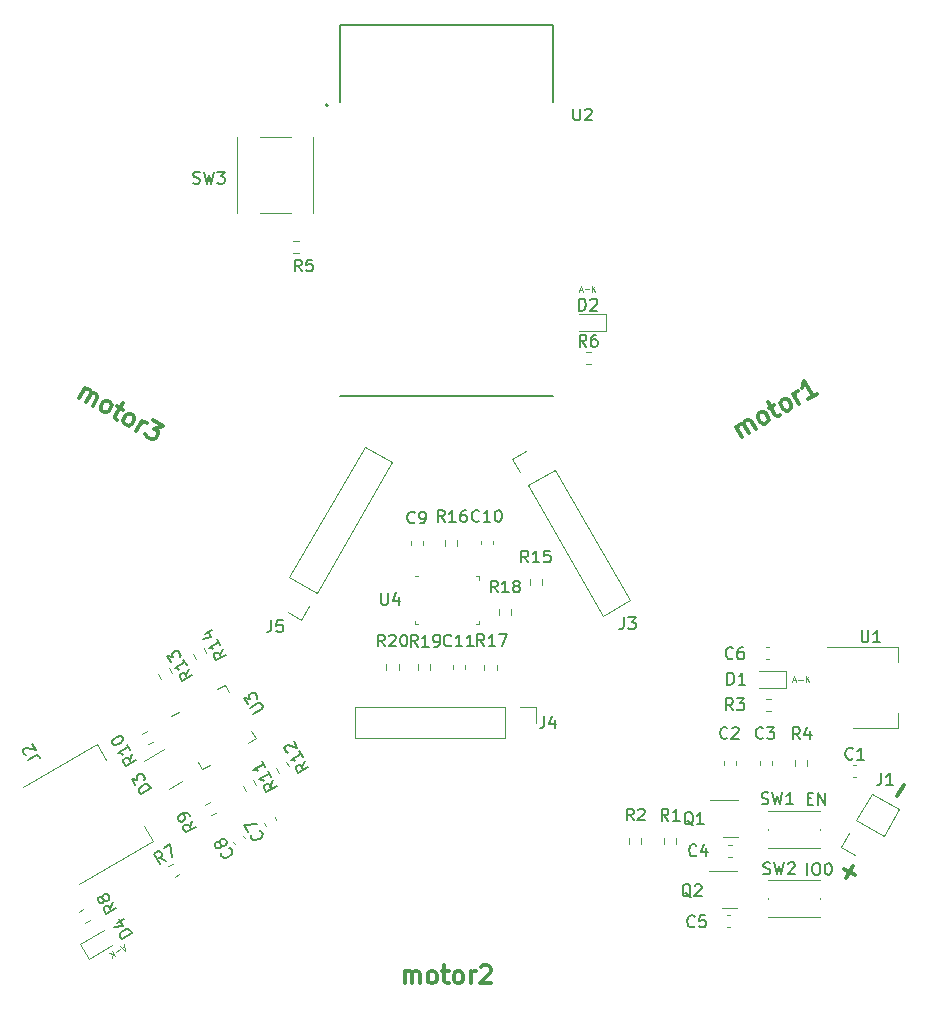
<source format=gto>
G04 #@! TF.GenerationSoftware,KiCad,Pcbnew,6.0.2+dfsg-1*
G04 #@! TF.CreationDate,2024-12-02T22:35:52+09:00*
G04 #@! TF.ProjectId,omni_wheel,6f6d6e69-5f77-4686-9565-6c2e6b696361,rev?*
G04 #@! TF.SameCoordinates,Original*
G04 #@! TF.FileFunction,Legend,Top*
G04 #@! TF.FilePolarity,Positive*
%FSLAX46Y46*%
G04 Gerber Fmt 4.6, Leading zero omitted, Abs format (unit mm)*
G04 Created by KiCad (PCBNEW 6.0.2+dfsg-1) date 2024-12-02 22:35:52*
%MOMM*%
%LPD*%
G01*
G04 APERTURE LIST*
%ADD10C,0.300000*%
%ADD11C,0.150000*%
%ADD12C,0.075000*%
%ADD13C,0.120000*%
%ADD14C,0.127000*%
%ADD15C,0.200000*%
G04 APERTURE END LIST*
D10*
X141710739Y-116667066D02*
X141139311Y-117656810D01*
X128057646Y-87199598D02*
X127557646Y-86333573D01*
X127629074Y-86457291D02*
X127655219Y-86359717D01*
X127743223Y-86226430D01*
X127928800Y-86119287D01*
X128088232Y-86109717D01*
X128221519Y-86197721D01*
X128614376Y-86878169D01*
X128221519Y-86197721D02*
X128211950Y-86038289D01*
X128299953Y-85905001D01*
X128485530Y-85797858D01*
X128644962Y-85788289D01*
X128778250Y-85876292D01*
X129171107Y-86556741D01*
X129975274Y-86092455D02*
X129815841Y-86102025D01*
X129718268Y-86075880D01*
X129584981Y-85987876D01*
X129370695Y-85616723D01*
X129361125Y-85457291D01*
X129387270Y-85359717D01*
X129475274Y-85226430D01*
X129660850Y-85119287D01*
X129820283Y-85109717D01*
X129917856Y-85135862D01*
X130051143Y-85223866D01*
X130265429Y-85595019D01*
X130274999Y-85754452D01*
X130248854Y-85852025D01*
X130160850Y-85985312D01*
X129975274Y-86092455D01*
X130279440Y-84762144D02*
X130774312Y-84476430D01*
X130215017Y-84221988D02*
X130857874Y-85335450D01*
X130991162Y-85423453D01*
X131150594Y-85413884D01*
X131274312Y-85342455D01*
X131892901Y-84985312D02*
X131733469Y-84994882D01*
X131635896Y-84968737D01*
X131502608Y-84880734D01*
X131288323Y-84509580D01*
X131278753Y-84350148D01*
X131304898Y-84252574D01*
X131392901Y-84119287D01*
X131578478Y-84012144D01*
X131737910Y-84002574D01*
X131835484Y-84028719D01*
X131968771Y-84116723D01*
X132183057Y-84487876D01*
X132192626Y-84647309D01*
X132166482Y-84744882D01*
X132078478Y-84878169D01*
X131892901Y-84985312D01*
X132882645Y-84413884D02*
X132382645Y-83547858D01*
X132525502Y-83795294D02*
X132515932Y-83635862D01*
X132542077Y-83538289D01*
X132630080Y-83405001D01*
X132753798Y-83333573D01*
X134367260Y-83556741D02*
X133624952Y-83985312D01*
X133996106Y-83771027D02*
X133246106Y-82471988D01*
X133229531Y-82728994D01*
X133177241Y-82924140D01*
X133089238Y-83057428D01*
X137623538Y-124346867D02*
X136633794Y-123775439D01*
X136842952Y-124556025D02*
X137414380Y-123566281D01*
D11*
X133574138Y-117826940D02*
X133907472Y-117826940D01*
X134050329Y-118350749D02*
X133574138Y-118350749D01*
X133574138Y-117350749D01*
X134050329Y-117350749D01*
X134478900Y-118350749D02*
X134478900Y-117350749D01*
X135050329Y-118350749D01*
X135050329Y-117350749D01*
D12*
X75705664Y-130336604D02*
X75499467Y-130455652D01*
X75675475Y-130189077D02*
X75781137Y-130705423D01*
X75386800Y-130355743D01*
X75337700Y-130604034D02*
X75007786Y-130794510D01*
X74706351Y-130748600D02*
X74956351Y-131181613D01*
X74458915Y-130891458D02*
X74787349Y-131031750D01*
X74708915Y-131324470D02*
X74813494Y-130934177D01*
D10*
X99475096Y-133466936D02*
X99475096Y-132466936D01*
X99475096Y-132609793D02*
X99546524Y-132538365D01*
X99689381Y-132466936D01*
X99903667Y-132466936D01*
X100046524Y-132538365D01*
X100117953Y-132681222D01*
X100117953Y-133466936D01*
X100117953Y-132681222D02*
X100189381Y-132538365D01*
X100332239Y-132466936D01*
X100546524Y-132466936D01*
X100689381Y-132538365D01*
X100760810Y-132681222D01*
X100760810Y-133466936D01*
X101689381Y-133466936D02*
X101546524Y-133395507D01*
X101475096Y-133324079D01*
X101403667Y-133181222D01*
X101403667Y-132752650D01*
X101475096Y-132609793D01*
X101546524Y-132538365D01*
X101689381Y-132466936D01*
X101903667Y-132466936D01*
X102046524Y-132538365D01*
X102117953Y-132609793D01*
X102189381Y-132752650D01*
X102189381Y-133181222D01*
X102117953Y-133324079D01*
X102046524Y-133395507D01*
X101903667Y-133466936D01*
X101689381Y-133466936D01*
X102617953Y-132466936D02*
X103189381Y-132466936D01*
X102832239Y-131966936D02*
X102832239Y-133252650D01*
X102903667Y-133395507D01*
X103046524Y-133466936D01*
X103189381Y-133466936D01*
X103903667Y-133466936D02*
X103760810Y-133395507D01*
X103689381Y-133324079D01*
X103617953Y-133181222D01*
X103617953Y-132752650D01*
X103689381Y-132609793D01*
X103760810Y-132538365D01*
X103903667Y-132466936D01*
X104117953Y-132466936D01*
X104260810Y-132538365D01*
X104332239Y-132609793D01*
X104403667Y-132752650D01*
X104403667Y-133181222D01*
X104332239Y-133324079D01*
X104260810Y-133395507D01*
X104117953Y-133466936D01*
X103903667Y-133466936D01*
X105046524Y-133466936D02*
X105046524Y-132466936D01*
X105046524Y-132752650D02*
X105117953Y-132609793D01*
X105189381Y-132538365D01*
X105332239Y-132466936D01*
X105475096Y-132466936D01*
X105903667Y-132109793D02*
X105975096Y-132038365D01*
X106117953Y-131966936D01*
X106475096Y-131966936D01*
X106617953Y-132038365D01*
X106689381Y-132109793D01*
X106760810Y-132252650D01*
X106760810Y-132395507D01*
X106689381Y-132609793D01*
X105832239Y-133466936D01*
X106760810Y-133466936D01*
X71929070Y-83922453D02*
X72429070Y-83056428D01*
X72357642Y-83180146D02*
X72455215Y-83154001D01*
X72614647Y-83163571D01*
X72800224Y-83270713D01*
X72888228Y-83404001D01*
X72878658Y-83563433D01*
X72485801Y-84243882D01*
X72878658Y-83563433D02*
X73011946Y-83475430D01*
X73171378Y-83484999D01*
X73356955Y-83592142D01*
X73444958Y-83725430D01*
X73435389Y-83884862D01*
X73042532Y-84565310D01*
X73846698Y-85029596D02*
X73758694Y-84896308D01*
X73732550Y-84798735D01*
X73742119Y-84639303D01*
X73956405Y-84268149D01*
X74089693Y-84180146D01*
X74187266Y-84154001D01*
X74346698Y-84163571D01*
X74532275Y-84270713D01*
X74620279Y-84404001D01*
X74646423Y-84501574D01*
X74636854Y-84661006D01*
X74422568Y-85032160D01*
X74289280Y-85120164D01*
X74191707Y-85146308D01*
X74032275Y-85136739D01*
X73846698Y-85029596D01*
X75150865Y-84627856D02*
X75645736Y-84913571D01*
X75586441Y-84301986D02*
X74943584Y-85415448D01*
X74934015Y-85574880D01*
X75022018Y-85708167D01*
X75145736Y-85779596D01*
X75764326Y-86136739D02*
X75676322Y-86003451D01*
X75650177Y-85905878D01*
X75659747Y-85746446D01*
X75874033Y-85375292D01*
X76007320Y-85287289D01*
X76104894Y-85261144D01*
X76264326Y-85270713D01*
X76449903Y-85377856D01*
X76537906Y-85511144D01*
X76564051Y-85608717D01*
X76554481Y-85768149D01*
X76340196Y-86139303D01*
X76206908Y-86227307D01*
X76109335Y-86253451D01*
X75949903Y-86243882D01*
X75764326Y-86136739D01*
X76754069Y-86708167D02*
X77254069Y-85842142D01*
X77111212Y-86089578D02*
X77244500Y-86001574D01*
X77342073Y-85975430D01*
X77501505Y-85984999D01*
X77625223Y-86056428D01*
X78184518Y-85801986D02*
X78988684Y-86266272D01*
X78269957Y-86511144D01*
X78455534Y-86618287D01*
X78543538Y-86751574D01*
X78569682Y-86849147D01*
X78560113Y-87008580D01*
X78381541Y-87317874D01*
X78248254Y-87405878D01*
X78150680Y-87432023D01*
X77991248Y-87422453D01*
X77620095Y-87208167D01*
X77532091Y-87074880D01*
X77505946Y-86977307D01*
D11*
X133562233Y-124300754D02*
X133562233Y-123300754D01*
X134228899Y-123300754D02*
X134419375Y-123300754D01*
X134514613Y-123348374D01*
X134609852Y-123443612D01*
X134657471Y-123634088D01*
X134657471Y-123967421D01*
X134609852Y-124157897D01*
X134514613Y-124253135D01*
X134419375Y-124300754D01*
X134228899Y-124300754D01*
X134133661Y-124253135D01*
X134038423Y-124157897D01*
X133990804Y-123967421D01*
X133990804Y-123634088D01*
X134038423Y-123443612D01*
X134133661Y-123348374D01*
X134228899Y-123300754D01*
X135276518Y-123300754D02*
X135371756Y-123300754D01*
X135466994Y-123348374D01*
X135514613Y-123395993D01*
X135562233Y-123491231D01*
X135609852Y-123681707D01*
X135609852Y-123919802D01*
X135562233Y-124110278D01*
X135514613Y-124205516D01*
X135466994Y-124253135D01*
X135371756Y-124300754D01*
X135276518Y-124300754D01*
X135181280Y-124253135D01*
X135133661Y-124205516D01*
X135086042Y-124110278D01*
X135038423Y-123919802D01*
X135038423Y-123681707D01*
X135086042Y-123491231D01*
X135133661Y-123395993D01*
X135181280Y-123348374D01*
X135276518Y-123300754D01*
D12*
X114263662Y-74761697D02*
X114501757Y-74761697D01*
X114216043Y-74904554D02*
X114382710Y-74404554D01*
X114549376Y-74904554D01*
X114716043Y-74714078D02*
X115096995Y-74714078D01*
X115335091Y-74904554D02*
X115335091Y-74404554D01*
X115620805Y-74904554D02*
X115406519Y-74618840D01*
X115620805Y-74404554D02*
X115335091Y-74690268D01*
X132346202Y-107811261D02*
X132584297Y-107811261D01*
X132298583Y-107954118D02*
X132465250Y-107454118D01*
X132631916Y-107954118D01*
X132798583Y-107763642D02*
X133179535Y-107763642D01*
X133417631Y-107954118D02*
X133417631Y-107454118D01*
X133703345Y-107954118D02*
X133489059Y-107668404D01*
X133703345Y-107454118D02*
X133417631Y-107739832D01*
D11*
X111268904Y-110870747D02*
X111268904Y-111585033D01*
X111221285Y-111727890D01*
X111126047Y-111823128D01*
X110983190Y-111870747D01*
X110887952Y-111870747D01*
X112173666Y-111204081D02*
X112173666Y-111870747D01*
X111935571Y-110823128D02*
X111697476Y-111537414D01*
X112316523Y-111537414D01*
X123707039Y-126195551D02*
X123611801Y-126147932D01*
X123516563Y-126052693D01*
X123373706Y-125909836D01*
X123278468Y-125862217D01*
X123183230Y-125862217D01*
X123230849Y-126100312D02*
X123135611Y-126052693D01*
X123040373Y-125957455D01*
X122992754Y-125766979D01*
X122992754Y-125433646D01*
X123040373Y-125243170D01*
X123135611Y-125147932D01*
X123230849Y-125100312D01*
X123421325Y-125100312D01*
X123516563Y-125147932D01*
X123611801Y-125243170D01*
X123659420Y-125433646D01*
X123659420Y-125766979D01*
X123611801Y-125957455D01*
X123516563Y-126052693D01*
X123421325Y-126100312D01*
X123230849Y-126100312D01*
X124040373Y-125195551D02*
X124087992Y-125147932D01*
X124183230Y-125100312D01*
X124421325Y-125100312D01*
X124516563Y-125147932D01*
X124564182Y-125195551D01*
X124611801Y-125290789D01*
X124611801Y-125386027D01*
X124564182Y-125528884D01*
X123992754Y-126100312D01*
X124611801Y-126100312D01*
X79263848Y-123084004D02*
X78737078Y-122838278D01*
X78768977Y-123369719D02*
X78268977Y-122503693D01*
X78598891Y-122313217D01*
X78705179Y-122306837D01*
X78770228Y-122324267D01*
X78859087Y-122382936D01*
X78930515Y-122506654D01*
X78936895Y-122612942D01*
X78919465Y-122677991D01*
X78860796Y-122766849D01*
X78530882Y-122957325D01*
X79052524Y-122051312D02*
X79629874Y-121717979D01*
X79758720Y-122798290D01*
X126796679Y-108180310D02*
X126796679Y-107180310D01*
X127034775Y-107180310D01*
X127177632Y-107227930D01*
X127272870Y-107323168D01*
X127320489Y-107418406D01*
X127368108Y-107608882D01*
X127368108Y-107751739D01*
X127320489Y-107942215D01*
X127272870Y-108037453D01*
X127177632Y-108132691D01*
X127034775Y-108180310D01*
X126796679Y-108180310D01*
X128320489Y-108180310D02*
X127749060Y-108180310D01*
X128034775Y-108180310D02*
X128034775Y-107180310D01*
X127939536Y-107323168D01*
X127844298Y-107418406D01*
X127749060Y-107466025D01*
X102839417Y-94420314D02*
X102506084Y-93944124D01*
X102267989Y-94420314D02*
X102267989Y-93420314D01*
X102648941Y-93420314D01*
X102744179Y-93467934D01*
X102791798Y-93515553D01*
X102839417Y-93610791D01*
X102839417Y-93753648D01*
X102791798Y-93848886D01*
X102744179Y-93896505D01*
X102648941Y-93944124D01*
X102267989Y-93944124D01*
X103791798Y-94420314D02*
X103220370Y-94420314D01*
X103506084Y-94420314D02*
X103506084Y-93420314D01*
X103410846Y-93563172D01*
X103315608Y-93658410D01*
X103220370Y-93706029D01*
X104648941Y-93420314D02*
X104458465Y-93420314D01*
X104363227Y-93467934D01*
X104315608Y-93515553D01*
X104220370Y-93658410D01*
X104172751Y-93848886D01*
X104172751Y-94229838D01*
X104220370Y-94325076D01*
X104267989Y-94372695D01*
X104363227Y-94420314D01*
X104553703Y-94420314D01*
X104648941Y-94372695D01*
X104696560Y-94325076D01*
X104744179Y-94229838D01*
X104744179Y-93991743D01*
X104696560Y-93896505D01*
X104648941Y-93848886D01*
X104553703Y-93801267D01*
X104363227Y-93801267D01*
X104267989Y-93848886D01*
X104220370Y-93896505D01*
X104172751Y-93991743D01*
X103399396Y-104863952D02*
X103351777Y-104911571D01*
X103208920Y-104959190D01*
X103113682Y-104959190D01*
X102970825Y-104911571D01*
X102875587Y-104816333D01*
X102827968Y-104721095D01*
X102780349Y-104530619D01*
X102780349Y-104387762D01*
X102827968Y-104197286D01*
X102875587Y-104102048D01*
X102970825Y-104006810D01*
X103113682Y-103959190D01*
X103208920Y-103959190D01*
X103351777Y-104006810D01*
X103399396Y-104054429D01*
X104351777Y-104959190D02*
X103780349Y-104959190D01*
X104066063Y-104959190D02*
X104066063Y-103959190D01*
X103970825Y-104102048D01*
X103875587Y-104197286D01*
X103780349Y-104244905D01*
X105304158Y-104959190D02*
X104732730Y-104959190D01*
X105018444Y-104959190D02*
X105018444Y-103959190D01*
X104923206Y-104102048D01*
X104827968Y-104197286D01*
X104732730Y-104244905D01*
X118845610Y-119690310D02*
X118512277Y-119214120D01*
X118274181Y-119690310D02*
X118274181Y-118690310D01*
X118655134Y-118690310D01*
X118750372Y-118737930D01*
X118797991Y-118785549D01*
X118845610Y-118880787D01*
X118845610Y-119023644D01*
X118797991Y-119118882D01*
X118750372Y-119166501D01*
X118655134Y-119214120D01*
X118274181Y-119214120D01*
X119226562Y-118785549D02*
X119274181Y-118737930D01*
X119369419Y-118690310D01*
X119607515Y-118690310D01*
X119702753Y-118737930D01*
X119750372Y-118785549D01*
X119797991Y-118880787D01*
X119797991Y-118976025D01*
X119750372Y-119118882D01*
X119178943Y-119690310D01*
X119797991Y-119690310D01*
X114848339Y-79570125D02*
X114515006Y-79093935D01*
X114276910Y-79570125D02*
X114276910Y-78570125D01*
X114657863Y-78570125D01*
X114753101Y-78617745D01*
X114800720Y-78665364D01*
X114848339Y-78760602D01*
X114848339Y-78903459D01*
X114800720Y-78998697D01*
X114753101Y-79046316D01*
X114657863Y-79093935D01*
X114276910Y-79093935D01*
X115705482Y-78570125D02*
X115515006Y-78570125D01*
X115419767Y-78617745D01*
X115372148Y-78665364D01*
X115276910Y-78808221D01*
X115229291Y-78998697D01*
X115229291Y-79379649D01*
X115276910Y-79474887D01*
X115324529Y-79522506D01*
X115419767Y-79570125D01*
X115610244Y-79570125D01*
X115705482Y-79522506D01*
X115753101Y-79474887D01*
X115800720Y-79379649D01*
X115800720Y-79141554D01*
X115753101Y-79046316D01*
X115705482Y-78998697D01*
X115610244Y-78951078D01*
X115419767Y-78951078D01*
X115324529Y-78998697D01*
X115276910Y-79046316D01*
X115229291Y-79141554D01*
X86666354Y-110657426D02*
X87367422Y-110252664D01*
X87426091Y-110163806D01*
X87443521Y-110098757D01*
X87437141Y-109992469D01*
X87341903Y-109827511D01*
X87253045Y-109768842D01*
X87187996Y-109751413D01*
X87081708Y-109757792D01*
X86380640Y-110162554D01*
X86190163Y-109832640D02*
X85880640Y-109296529D01*
X86377221Y-109394728D01*
X86305792Y-109271010D01*
X86299412Y-109164722D01*
X86316842Y-109099673D01*
X86375511Y-109010815D01*
X86581708Y-108891767D01*
X86687996Y-108885387D01*
X86753045Y-108902817D01*
X86841903Y-108961486D01*
X86984760Y-109208922D01*
X86991140Y-109315210D01*
X86973710Y-109380259D01*
X76382789Y-129245767D02*
X75516763Y-129745767D01*
X75397715Y-129539571D01*
X75367526Y-129392043D01*
X75402386Y-129261946D01*
X75461055Y-129173087D01*
X75602203Y-129036610D01*
X75725920Y-128965181D01*
X75914687Y-128911183D01*
X76020975Y-128904803D01*
X76151073Y-128939662D01*
X76263741Y-129039571D01*
X76382789Y-129245767D01*
X75091153Y-128341921D02*
X75668503Y-128008588D01*
X74880286Y-128738594D02*
X75617923Y-128587648D01*
X75308399Y-128051537D01*
X88340377Y-116296921D02*
X88094651Y-116823691D01*
X88626092Y-116791792D02*
X87760066Y-117291792D01*
X87569590Y-116961878D01*
X87563210Y-116855590D01*
X87580640Y-116790541D01*
X87639309Y-116701683D01*
X87763027Y-116630254D01*
X87869315Y-116623874D01*
X87934364Y-116641304D01*
X88023223Y-116699973D01*
X88213699Y-117029888D01*
X87864187Y-115472135D02*
X88149901Y-115967006D01*
X88007044Y-115719570D02*
X87141019Y-116219570D01*
X87312356Y-116230620D01*
X87442453Y-116265480D01*
X87531312Y-116324149D01*
X87387997Y-114647348D02*
X87673711Y-115142220D01*
X87530854Y-114894784D02*
X86664828Y-115394784D01*
X86836165Y-115405834D01*
X86966263Y-115440694D01*
X87055121Y-115499363D01*
X100315605Y-94440073D02*
X100267986Y-94487692D01*
X100125129Y-94535311D01*
X100029891Y-94535311D01*
X99887033Y-94487692D01*
X99791795Y-94392454D01*
X99744176Y-94297216D01*
X99696557Y-94106740D01*
X99696557Y-93963883D01*
X99744176Y-93773407D01*
X99791795Y-93678169D01*
X99887033Y-93582931D01*
X100029891Y-93535311D01*
X100125129Y-93535311D01*
X100267986Y-93582931D01*
X100315605Y-93630550D01*
X100791795Y-94535311D02*
X100982272Y-94535311D01*
X101077510Y-94487692D01*
X101125129Y-94440073D01*
X101220367Y-94297216D01*
X101267986Y-94106740D01*
X101267986Y-93725788D01*
X101220367Y-93630550D01*
X101172748Y-93582931D01*
X101077510Y-93535311D01*
X100887033Y-93535311D01*
X100791795Y-93582931D01*
X100744176Y-93630550D01*
X100696557Y-93725788D01*
X100696557Y-93963883D01*
X100744176Y-94059121D01*
X100791795Y-94106740D01*
X100887033Y-94154359D01*
X101077510Y-94154359D01*
X101172748Y-94106740D01*
X101220367Y-94059121D01*
X101267986Y-93963883D01*
X124155604Y-122625072D02*
X124107985Y-122672691D01*
X123965128Y-122720310D01*
X123869890Y-122720310D01*
X123727032Y-122672691D01*
X123631794Y-122577453D01*
X123584175Y-122482215D01*
X123536556Y-122291739D01*
X123536556Y-122148882D01*
X123584175Y-121958406D01*
X123631794Y-121863168D01*
X123727032Y-121767930D01*
X123869890Y-121720310D01*
X123965128Y-121720310D01*
X124107985Y-121767930D01*
X124155604Y-121815549D01*
X125012747Y-122053644D02*
X125012747Y-122720310D01*
X124774651Y-121672691D02*
X124536556Y-122386977D01*
X125155604Y-122386977D01*
X81548905Y-65723128D02*
X81691762Y-65770747D01*
X81929858Y-65770747D01*
X82025096Y-65723128D01*
X82072715Y-65675509D01*
X82120334Y-65580271D01*
X82120334Y-65485033D01*
X82072715Y-65389795D01*
X82025096Y-65342176D01*
X81929858Y-65294557D01*
X81739381Y-65246938D01*
X81644143Y-65199319D01*
X81596524Y-65151700D01*
X81548905Y-65056462D01*
X81548905Y-64961224D01*
X81596524Y-64865986D01*
X81644143Y-64818367D01*
X81739381Y-64770747D01*
X81977477Y-64770747D01*
X82120334Y-64818367D01*
X82453667Y-64770747D02*
X82691762Y-65770747D01*
X82882239Y-65056462D01*
X83072715Y-65770747D01*
X83310810Y-64770747D01*
X83596524Y-64770747D02*
X84215572Y-64770747D01*
X83882239Y-65151700D01*
X84025096Y-65151700D01*
X84120334Y-65199319D01*
X84167953Y-65246938D01*
X84215572Y-65342176D01*
X84215572Y-65580271D01*
X84167953Y-65675509D01*
X84120334Y-65723128D01*
X84025096Y-65770747D01*
X83739381Y-65770747D01*
X83644143Y-65723128D01*
X83596524Y-65675509D01*
X129688903Y-118273129D02*
X129831760Y-118320748D01*
X130069856Y-118320748D01*
X130165094Y-118273129D01*
X130212713Y-118225510D01*
X130260332Y-118130272D01*
X130260332Y-118035034D01*
X130212713Y-117939796D01*
X130165094Y-117892177D01*
X130069856Y-117844558D01*
X129879379Y-117796939D01*
X129784141Y-117749320D01*
X129736522Y-117701701D01*
X129688903Y-117606463D01*
X129688903Y-117511225D01*
X129736522Y-117415987D01*
X129784141Y-117368368D01*
X129879379Y-117320748D01*
X130117475Y-117320748D01*
X130260332Y-117368368D01*
X130593665Y-117320748D02*
X130831760Y-118320748D01*
X131022237Y-117606463D01*
X131212713Y-118320748D01*
X131450808Y-117320748D01*
X132355570Y-118320748D02*
X131784141Y-118320748D01*
X132069856Y-118320748D02*
X132069856Y-117320748D01*
X131974617Y-117463606D01*
X131879379Y-117558844D01*
X131784141Y-117606463D01*
X100559394Y-104974191D02*
X100226061Y-104498001D01*
X99987966Y-104974191D02*
X99987966Y-103974191D01*
X100368918Y-103974191D01*
X100464156Y-104021811D01*
X100511775Y-104069430D01*
X100559394Y-104164668D01*
X100559394Y-104307525D01*
X100511775Y-104402763D01*
X100464156Y-104450382D01*
X100368918Y-104498001D01*
X99987966Y-104498001D01*
X101511775Y-104974191D02*
X100940347Y-104974191D01*
X101226061Y-104974191D02*
X101226061Y-103974191D01*
X101130823Y-104117049D01*
X101035585Y-104212287D01*
X100940347Y-104259906D01*
X101987966Y-104974191D02*
X102178442Y-104974191D01*
X102273680Y-104926572D01*
X102321299Y-104878953D01*
X102416537Y-104736096D01*
X102464156Y-104545620D01*
X102464156Y-104164668D01*
X102416537Y-104069430D01*
X102368918Y-104021811D01*
X102273680Y-103974191D01*
X102083204Y-103974191D01*
X101987966Y-104021811D01*
X101940347Y-104069430D01*
X101892728Y-104164668D01*
X101892728Y-104402763D01*
X101940347Y-104498001D01*
X101987966Y-104545620D01*
X102083204Y-104593239D01*
X102273680Y-104593239D01*
X102368918Y-104545620D01*
X102416537Y-104498001D01*
X102464156Y-104402763D01*
X81198657Y-106887098D02*
X80952931Y-107413868D01*
X81484372Y-107381969D02*
X80618346Y-107881969D01*
X80427870Y-107552055D01*
X80421490Y-107445767D01*
X80438920Y-107380718D01*
X80497589Y-107291860D01*
X80621307Y-107220431D01*
X80727595Y-107214051D01*
X80792644Y-107231481D01*
X80881503Y-107290150D01*
X81071979Y-107620065D01*
X80722467Y-106062312D02*
X81008181Y-106557183D01*
X80865324Y-106309747D02*
X79999299Y-106809747D01*
X80170636Y-106820797D01*
X80300733Y-106855657D01*
X80389592Y-106914326D01*
X79689775Y-106273636D02*
X79380251Y-105737525D01*
X79876832Y-105835724D01*
X79805404Y-105712006D01*
X79799024Y-105605718D01*
X79816454Y-105540670D01*
X79875123Y-105451811D01*
X80081319Y-105332764D01*
X80187607Y-105326384D01*
X80252656Y-105343814D01*
X80341515Y-105402483D01*
X80484372Y-105649918D01*
X80490751Y-105756207D01*
X80473322Y-105821255D01*
X109919416Y-97840314D02*
X109586083Y-97364124D01*
X109347988Y-97840314D02*
X109347988Y-96840314D01*
X109728940Y-96840314D01*
X109824178Y-96887934D01*
X109871797Y-96935553D01*
X109919416Y-97030791D01*
X109919416Y-97173648D01*
X109871797Y-97268886D01*
X109824178Y-97316505D01*
X109728940Y-97364124D01*
X109347988Y-97364124D01*
X110871797Y-97840314D02*
X110300369Y-97840314D01*
X110586083Y-97840314D02*
X110586083Y-96840314D01*
X110490845Y-96983172D01*
X110395607Y-97078410D01*
X110300369Y-97126029D01*
X111776559Y-96840314D02*
X111300369Y-96840314D01*
X111252750Y-97316505D01*
X111300369Y-97268886D01*
X111395607Y-97221267D01*
X111633702Y-97221267D01*
X111728940Y-97268886D01*
X111776559Y-97316505D01*
X111824178Y-97411743D01*
X111824178Y-97649838D01*
X111776559Y-97745076D01*
X111728940Y-97792695D01*
X111633702Y-97840314D01*
X111395607Y-97840314D01*
X111300369Y-97792695D01*
X111252750Y-97745076D01*
X90745567Y-73200747D02*
X90412234Y-72724557D01*
X90174138Y-73200747D02*
X90174138Y-72200747D01*
X90555091Y-72200747D01*
X90650329Y-72248367D01*
X90697948Y-72295986D01*
X90745567Y-72391224D01*
X90745567Y-72534081D01*
X90697948Y-72629319D01*
X90650329Y-72676938D01*
X90555091Y-72724557D01*
X90174138Y-72724557D01*
X91650329Y-72200747D02*
X91174138Y-72200747D01*
X91126519Y-72676938D01*
X91174138Y-72629319D01*
X91269376Y-72581700D01*
X91507472Y-72581700D01*
X91602710Y-72629319D01*
X91650329Y-72676938D01*
X91697948Y-72772176D01*
X91697948Y-73010271D01*
X91650329Y-73105509D01*
X91602710Y-73153128D01*
X91507472Y-73200747D01*
X91269376Y-73200747D01*
X91174138Y-73153128D01*
X91126519Y-73105509D01*
X76415624Y-114082639D02*
X76169898Y-114609409D01*
X76701339Y-114577510D02*
X75835313Y-115077510D01*
X75644837Y-114747596D01*
X75638457Y-114641308D01*
X75655887Y-114576259D01*
X75714556Y-114487401D01*
X75838274Y-114415972D01*
X75944562Y-114409592D01*
X76009611Y-114427022D01*
X76098470Y-114485691D01*
X76288946Y-114815606D01*
X75939434Y-113257853D02*
X76225148Y-113752724D01*
X76082291Y-113505288D02*
X75216266Y-114005288D01*
X75387603Y-114016338D01*
X75517700Y-114051198D01*
X75606559Y-114109867D01*
X74763885Y-113221742D02*
X74716266Y-113139263D01*
X74709886Y-113032975D01*
X74727316Y-112967926D01*
X74785985Y-112879068D01*
X74927133Y-112742590D01*
X75133329Y-112623543D01*
X75322096Y-112569544D01*
X75428384Y-112563164D01*
X75493433Y-112580594D01*
X75582291Y-112639263D01*
X75629910Y-112721742D01*
X75636290Y-112828030D01*
X75618860Y-112893079D01*
X75560191Y-112981937D01*
X75419043Y-113118414D01*
X75212847Y-113237462D01*
X75024080Y-113291461D01*
X74917792Y-113297840D01*
X74852743Y-113280411D01*
X74763885Y-113221742D01*
X77971641Y-116977738D02*
X77105615Y-117477738D01*
X76986567Y-117271542D01*
X76956378Y-117124014D01*
X76991238Y-116993917D01*
X77049907Y-116905058D01*
X77191055Y-116768581D01*
X77314772Y-116697152D01*
X77503539Y-116643154D01*
X77609827Y-116636774D01*
X77739925Y-116671633D01*
X77852593Y-116771542D01*
X77971641Y-116977738D01*
X76653234Y-116694191D02*
X76343710Y-116158080D01*
X76840291Y-116256279D01*
X76768863Y-116132562D01*
X76762483Y-116026273D01*
X76779913Y-115961225D01*
X76838582Y-115872366D01*
X77044779Y-115753319D01*
X77151067Y-115746939D01*
X77216115Y-115764369D01*
X77304974Y-115823038D01*
X77447831Y-116070474D01*
X77454211Y-116176762D01*
X77436781Y-116241811D01*
X123887038Y-120105549D02*
X123791800Y-120057930D01*
X123696562Y-119962691D01*
X123553705Y-119819834D01*
X123458467Y-119772215D01*
X123363229Y-119772215D01*
X123410848Y-120010310D02*
X123315610Y-119962691D01*
X123220372Y-119867453D01*
X123172753Y-119676977D01*
X123172753Y-119343644D01*
X123220372Y-119153168D01*
X123315610Y-119057930D01*
X123410848Y-119010310D01*
X123601324Y-119010310D01*
X123696562Y-119057930D01*
X123791800Y-119153168D01*
X123839419Y-119343644D01*
X123839419Y-119676977D01*
X123791800Y-119867453D01*
X123696562Y-119962691D01*
X123601324Y-120010310D01*
X123410848Y-120010310D01*
X124791800Y-120010310D02*
X124220372Y-120010310D01*
X124506086Y-120010310D02*
X124506086Y-119010310D01*
X124410848Y-119153168D01*
X124315610Y-119248406D01*
X124220372Y-119296025D01*
X127250383Y-105933880D02*
X127202764Y-105981499D01*
X127059907Y-106029118D01*
X126964669Y-106029118D01*
X126821811Y-105981499D01*
X126726573Y-105886261D01*
X126678954Y-105791023D01*
X126631335Y-105600547D01*
X126631335Y-105457690D01*
X126678954Y-105267214D01*
X126726573Y-105171976D01*
X126821811Y-105076738D01*
X126964669Y-105029118D01*
X127059907Y-105029118D01*
X127202764Y-105076738D01*
X127250383Y-105124357D01*
X128107526Y-105029118D02*
X127917050Y-105029118D01*
X127821811Y-105076738D01*
X127774192Y-105124357D01*
X127678954Y-105267214D01*
X127631335Y-105457690D01*
X127631335Y-105838642D01*
X127678954Y-105933880D01*
X127726573Y-105981499D01*
X127821811Y-106029118D01*
X128012288Y-106029118D01*
X128107526Y-105981499D01*
X128155145Y-105933880D01*
X128202764Y-105838642D01*
X128202764Y-105600547D01*
X128155145Y-105505309D01*
X128107526Y-105457690D01*
X128012288Y-105410071D01*
X127821811Y-105410071D01*
X127726573Y-105457690D01*
X127678954Y-105505309D01*
X127631335Y-105600547D01*
X132934172Y-112812445D02*
X132600839Y-112336255D01*
X132362743Y-112812445D02*
X132362743Y-111812445D01*
X132743696Y-111812445D01*
X132838934Y-111860065D01*
X132886553Y-111907684D01*
X132934172Y-112002922D01*
X132934172Y-112145779D01*
X132886553Y-112241017D01*
X132838934Y-112288636D01*
X132743696Y-112336255D01*
X132362743Y-112336255D01*
X133791315Y-112145779D02*
X133791315Y-112812445D01*
X133553219Y-111764826D02*
X133315124Y-112479112D01*
X133934172Y-112479112D01*
X137405607Y-114435075D02*
X137357988Y-114482694D01*
X137215131Y-114530313D01*
X137119893Y-114530313D01*
X136977035Y-114482694D01*
X136881797Y-114387456D01*
X136834178Y-114292218D01*
X136786559Y-114101742D01*
X136786559Y-113958885D01*
X136834178Y-113768409D01*
X136881797Y-113673171D01*
X136977035Y-113577933D01*
X137119893Y-113530313D01*
X137215131Y-113530313D01*
X137357988Y-113577933D01*
X137405607Y-113625552D01*
X138357988Y-114530313D02*
X137786559Y-114530313D01*
X138072274Y-114530313D02*
X138072274Y-113530313D01*
X137977035Y-113673171D01*
X137881797Y-113768409D01*
X137786559Y-113816028D01*
X138153099Y-103590122D02*
X138153099Y-104399646D01*
X138200718Y-104494884D01*
X138248337Y-104542503D01*
X138343575Y-104590122D01*
X138534051Y-104590122D01*
X138629289Y-104542503D01*
X138676908Y-104494884D01*
X138724527Y-104399646D01*
X138724527Y-103590122D01*
X139724527Y-104590122D02*
X139153099Y-104590122D01*
X139438813Y-104590122D02*
X139438813Y-103590122D01*
X139343575Y-103732980D01*
X139248337Y-103828218D01*
X139153099Y-103875837D01*
X114234200Y-76515403D02*
X114234200Y-75515403D01*
X114472296Y-75515403D01*
X114615153Y-75563023D01*
X114710391Y-75658261D01*
X114758010Y-75753499D01*
X114805629Y-75943975D01*
X114805629Y-76086832D01*
X114758010Y-76277308D01*
X114710391Y-76372546D01*
X114615153Y-76467784D01*
X114472296Y-76515403D01*
X114234200Y-76515403D01*
X115186581Y-75610642D02*
X115234200Y-75563023D01*
X115329438Y-75515403D01*
X115567534Y-75515403D01*
X115662772Y-75563023D01*
X115710391Y-75610642D01*
X115758010Y-75705880D01*
X115758010Y-75801118D01*
X115710391Y-75943975D01*
X115138962Y-76515403D01*
X115758010Y-76515403D01*
X84594992Y-122020194D02*
X84660040Y-122037623D01*
X84772708Y-122137532D01*
X84820327Y-122220010D01*
X84850517Y-122367538D01*
X84815657Y-122497636D01*
X84756988Y-122586494D01*
X84615840Y-122722971D01*
X84492122Y-122794400D01*
X84303356Y-122848399D01*
X84197068Y-122854778D01*
X84066970Y-122819919D01*
X83954302Y-122720010D01*
X83906683Y-122637532D01*
X83876494Y-122490004D01*
X83893923Y-122424956D01*
X83896884Y-121763417D02*
X83903264Y-121869705D01*
X83885834Y-121934754D01*
X83827165Y-122023613D01*
X83785926Y-122047422D01*
X83679638Y-122053802D01*
X83614589Y-122036372D01*
X83525731Y-121977703D01*
X83430492Y-121812746D01*
X83424113Y-121706458D01*
X83441542Y-121641409D01*
X83500212Y-121552550D01*
X83541451Y-121528741D01*
X83647739Y-121522361D01*
X83712788Y-121539791D01*
X83801646Y-121598460D01*
X83896884Y-121763417D01*
X83985743Y-121822086D01*
X84050791Y-121839516D01*
X84157080Y-121833136D01*
X84322037Y-121737898D01*
X84380706Y-121649040D01*
X84398136Y-121583991D01*
X84391756Y-121477703D01*
X84296518Y-121312746D01*
X84207659Y-121254077D01*
X84142611Y-121236647D01*
X84036323Y-121243027D01*
X83871365Y-121338265D01*
X83812696Y-121427123D01*
X83795266Y-121492172D01*
X83801646Y-121598460D01*
X74750474Y-126618511D02*
X74504748Y-127145281D01*
X75036189Y-127113382D02*
X74170163Y-127613382D01*
X73979687Y-127283468D01*
X73973307Y-127177180D01*
X73990737Y-127112131D01*
X74049406Y-127023272D01*
X74173124Y-126951844D01*
X74279412Y-126945464D01*
X74344461Y-126962894D01*
X74433319Y-127021563D01*
X74623795Y-127351477D01*
X73969888Y-126409353D02*
X73976268Y-126515641D01*
X73958838Y-126580690D01*
X73900169Y-126669549D01*
X73858930Y-126693358D01*
X73752642Y-126699738D01*
X73687593Y-126682308D01*
X73598735Y-126623639D01*
X73503496Y-126458682D01*
X73497117Y-126352394D01*
X73514546Y-126287345D01*
X73573216Y-126198486D01*
X73614455Y-126174677D01*
X73720743Y-126168297D01*
X73785792Y-126185727D01*
X73874650Y-126244396D01*
X73969888Y-126409353D01*
X74058747Y-126468022D01*
X74123795Y-126485452D01*
X74230084Y-126479072D01*
X74395041Y-126383834D01*
X74453710Y-126294976D01*
X74471140Y-126229927D01*
X74464760Y-126123639D01*
X74369522Y-125958682D01*
X74280663Y-125900013D01*
X74215615Y-125882583D01*
X74109327Y-125888963D01*
X73944369Y-125984201D01*
X73885700Y-126073059D01*
X73868270Y-126138108D01*
X73874650Y-126244396D01*
X81499507Y-119708186D02*
X81253781Y-120234956D01*
X81785222Y-120203057D02*
X80919196Y-120703057D01*
X80728720Y-120373143D01*
X80722340Y-120266855D01*
X80739770Y-120201806D01*
X80798439Y-120112947D01*
X80922157Y-120041519D01*
X81028445Y-120035139D01*
X81093494Y-120052569D01*
X81182352Y-120111238D01*
X81372828Y-120441152D01*
X81261412Y-119295793D02*
X81166174Y-119130835D01*
X81077316Y-119072166D01*
X81012267Y-119054736D01*
X80840930Y-119043686D01*
X80652163Y-119097685D01*
X80322249Y-119288161D01*
X80263579Y-119377020D01*
X80246150Y-119442069D01*
X80252529Y-119548357D01*
X80347768Y-119713314D01*
X80436626Y-119771983D01*
X80501675Y-119789413D01*
X80607963Y-119783033D01*
X80814159Y-119663985D01*
X80872828Y-119575127D01*
X80890258Y-119510078D01*
X80883879Y-119403790D01*
X80788640Y-119238833D01*
X80699782Y-119180164D01*
X80634733Y-119162734D01*
X80528445Y-119169114D01*
X121785608Y-119710312D02*
X121452275Y-119234122D01*
X121214179Y-119710312D02*
X121214179Y-118710312D01*
X121595132Y-118710312D01*
X121690370Y-118757932D01*
X121737989Y-118805551D01*
X121785608Y-118900789D01*
X121785608Y-119043646D01*
X121737989Y-119138884D01*
X121690370Y-119186503D01*
X121595132Y-119234122D01*
X121214179Y-119234122D01*
X122737989Y-119710312D02*
X122166560Y-119710312D01*
X122452275Y-119710312D02*
X122452275Y-118710312D01*
X122357036Y-118853170D01*
X122261798Y-118948408D01*
X122166560Y-118996027D01*
X84059845Y-105142819D02*
X83814119Y-105669589D01*
X84345560Y-105637690D02*
X83479534Y-106137690D01*
X83289058Y-105807776D01*
X83282678Y-105701488D01*
X83300108Y-105636439D01*
X83358777Y-105547581D01*
X83482495Y-105476152D01*
X83588783Y-105469772D01*
X83653832Y-105487202D01*
X83742691Y-105545871D01*
X83933167Y-105875786D01*
X83583655Y-104318033D02*
X83869369Y-104812904D01*
X83726512Y-104565468D02*
X82860487Y-105065468D01*
X83031824Y-105076518D01*
X83161921Y-105111378D01*
X83250780Y-105170047D01*
X82577733Y-103909058D02*
X83155084Y-103575725D01*
X82366866Y-104305731D02*
X83104504Y-104154785D01*
X82794980Y-103618674D01*
X118018899Y-102501491D02*
X118018899Y-103215777D01*
X117971280Y-103358634D01*
X117876042Y-103453872D01*
X117733185Y-103501491D01*
X117637947Y-103501491D01*
X118399852Y-102501491D02*
X119018899Y-102501491D01*
X118685566Y-102882444D01*
X118828423Y-102882444D01*
X118923661Y-102930063D01*
X118971280Y-102977682D01*
X119018899Y-103072920D01*
X119018899Y-103311015D01*
X118971280Y-103406253D01*
X118923661Y-103453872D01*
X118828423Y-103501491D01*
X118542709Y-103501491D01*
X118447471Y-103453872D01*
X118399852Y-103406253D01*
X113760390Y-59415402D02*
X113760390Y-60224926D01*
X113808009Y-60320164D01*
X113855628Y-60367783D01*
X113950866Y-60415402D01*
X114141342Y-60415402D01*
X114236580Y-60367783D01*
X114284199Y-60320164D01*
X114331818Y-60224926D01*
X114331818Y-59415402D01*
X114760390Y-59510641D02*
X114808009Y-59463022D01*
X114903247Y-59415402D01*
X115141342Y-59415402D01*
X115236580Y-59463022D01*
X115284199Y-59510641D01*
X115331818Y-59605879D01*
X115331818Y-59701117D01*
X115284199Y-59843974D01*
X114712771Y-60415402D01*
X115331818Y-60415402D01*
X124015609Y-128635073D02*
X123967990Y-128682692D01*
X123825133Y-128730311D01*
X123729895Y-128730311D01*
X123587037Y-128682692D01*
X123491799Y-128587454D01*
X123444180Y-128492216D01*
X123396561Y-128301740D01*
X123396561Y-128158883D01*
X123444180Y-127968407D01*
X123491799Y-127873169D01*
X123587037Y-127777931D01*
X123729895Y-127730311D01*
X123825133Y-127730311D01*
X123967990Y-127777931D01*
X124015609Y-127825550D01*
X124920371Y-127730311D02*
X124444180Y-127730311D01*
X124396561Y-128206502D01*
X124444180Y-128158883D01*
X124539418Y-128111264D01*
X124777514Y-128111264D01*
X124872752Y-128158883D01*
X124920371Y-128206502D01*
X124967990Y-128301740D01*
X124967990Y-128539835D01*
X124920371Y-128635073D01*
X124872752Y-128682692D01*
X124777514Y-128730311D01*
X124539418Y-128730311D01*
X124444180Y-128682692D01*
X124396561Y-128635073D01*
X126797565Y-112680607D02*
X126749946Y-112728226D01*
X126607089Y-112775845D01*
X126511851Y-112775845D01*
X126368993Y-112728226D01*
X126273755Y-112632988D01*
X126226136Y-112537750D01*
X126178517Y-112347274D01*
X126178517Y-112204417D01*
X126226136Y-112013941D01*
X126273755Y-111918703D01*
X126368993Y-111823465D01*
X126511851Y-111775845D01*
X126607089Y-111775845D01*
X126749946Y-111823465D01*
X126797565Y-111871084D01*
X127178517Y-111871084D02*
X127226136Y-111823465D01*
X127321374Y-111775845D01*
X127559470Y-111775845D01*
X127654708Y-111823465D01*
X127702327Y-111871084D01*
X127749946Y-111966322D01*
X127749946Y-112061560D01*
X127702327Y-112204417D01*
X127130898Y-112775845D01*
X127749946Y-112775845D01*
X88178905Y-102730004D02*
X88178905Y-103444290D01*
X88131286Y-103587147D01*
X88036048Y-103682385D01*
X87893191Y-103730004D01*
X87797953Y-103730004D01*
X89131286Y-102730004D02*
X88655096Y-102730004D01*
X88607477Y-103206195D01*
X88655096Y-103158576D01*
X88750334Y-103110957D01*
X88988429Y-103110957D01*
X89083667Y-103158576D01*
X89131286Y-103206195D01*
X89178905Y-103301433D01*
X89178905Y-103539528D01*
X89131286Y-103634766D01*
X89083667Y-103682385D01*
X88988429Y-103730004D01*
X88750334Y-103730004D01*
X88655096Y-103682385D01*
X88607477Y-103634766D01*
X106189401Y-104924193D02*
X105856068Y-104448003D01*
X105617973Y-104924193D02*
X105617973Y-103924193D01*
X105998925Y-103924193D01*
X106094163Y-103971813D01*
X106141782Y-104019432D01*
X106189401Y-104114670D01*
X106189401Y-104257527D01*
X106141782Y-104352765D01*
X106094163Y-104400384D01*
X105998925Y-104448003D01*
X105617973Y-104448003D01*
X107141782Y-104924193D02*
X106570354Y-104924193D01*
X106856068Y-104924193D02*
X106856068Y-103924193D01*
X106760830Y-104067051D01*
X106665592Y-104162289D01*
X106570354Y-104209908D01*
X107475116Y-103924193D02*
X108141782Y-103924193D01*
X107713211Y-104924193D01*
X87184410Y-120525192D02*
X87249458Y-120542621D01*
X87362126Y-120642530D01*
X87409745Y-120725008D01*
X87439935Y-120872536D01*
X87405075Y-121002634D01*
X87346406Y-121091492D01*
X87205258Y-121227969D01*
X87081540Y-121299398D01*
X86892774Y-121353397D01*
X86786486Y-121359776D01*
X86656388Y-121324917D01*
X86543720Y-121225008D01*
X86496101Y-121142530D01*
X86465912Y-120995002D01*
X86483341Y-120929954D01*
X86234196Y-120688897D02*
X85900863Y-120111547D01*
X86981174Y-119982701D01*
X105769420Y-94305069D02*
X105721801Y-94352688D01*
X105578944Y-94400307D01*
X105483706Y-94400307D01*
X105340849Y-94352688D01*
X105245611Y-94257450D01*
X105197992Y-94162212D01*
X105150373Y-93971736D01*
X105150373Y-93828879D01*
X105197992Y-93638403D01*
X105245611Y-93543165D01*
X105340849Y-93447927D01*
X105483706Y-93400307D01*
X105578944Y-93400307D01*
X105721801Y-93447927D01*
X105769420Y-93495546D01*
X106721801Y-94400307D02*
X106150373Y-94400307D01*
X106436087Y-94400307D02*
X106436087Y-93400307D01*
X106340849Y-93543165D01*
X106245611Y-93638403D01*
X106150373Y-93686022D01*
X107340849Y-93400307D02*
X107436087Y-93400307D01*
X107531325Y-93447927D01*
X107578944Y-93495546D01*
X107626563Y-93590784D01*
X107674182Y-93781260D01*
X107674182Y-94019355D01*
X107626563Y-94209831D01*
X107578944Y-94305069D01*
X107531325Y-94352688D01*
X107436087Y-94400307D01*
X107340849Y-94400307D01*
X107245611Y-94352688D01*
X107197992Y-94305069D01*
X107150373Y-94209831D01*
X107102754Y-94019355D01*
X107102754Y-93781260D01*
X107150373Y-93590784D01*
X107197992Y-93495546D01*
X107245611Y-93447927D01*
X107340849Y-93400307D01*
X107329414Y-100380311D02*
X106996081Y-99904121D01*
X106757986Y-100380311D02*
X106757986Y-99380311D01*
X107138938Y-99380311D01*
X107234176Y-99427931D01*
X107281795Y-99475550D01*
X107329414Y-99570788D01*
X107329414Y-99713645D01*
X107281795Y-99808883D01*
X107234176Y-99856502D01*
X107138938Y-99904121D01*
X106757986Y-99904121D01*
X108281795Y-100380311D02*
X107710367Y-100380311D01*
X107996081Y-100380311D02*
X107996081Y-99380311D01*
X107900843Y-99523169D01*
X107805605Y-99618407D01*
X107710367Y-99666026D01*
X108853224Y-99808883D02*
X108757986Y-99761264D01*
X108710367Y-99713645D01*
X108662748Y-99618407D01*
X108662748Y-99570788D01*
X108710367Y-99475550D01*
X108757986Y-99427931D01*
X108853224Y-99380311D01*
X109043700Y-99380311D01*
X109138938Y-99427931D01*
X109186557Y-99475550D01*
X109234176Y-99570788D01*
X109234176Y-99618407D01*
X109186557Y-99713645D01*
X109138938Y-99761264D01*
X109043700Y-99808883D01*
X108853224Y-99808883D01*
X108757986Y-99856502D01*
X108710367Y-99904121D01*
X108662748Y-99999359D01*
X108662748Y-100189835D01*
X108710367Y-100285073D01*
X108757986Y-100332692D01*
X108853224Y-100380311D01*
X109043700Y-100380311D01*
X109138938Y-100332692D01*
X109186557Y-100285073D01*
X109234176Y-100189835D01*
X109234176Y-99999359D01*
X109186557Y-99904121D01*
X109138938Y-99856502D01*
X109043700Y-99808883D01*
X127258105Y-110350308D02*
X126924772Y-109874118D01*
X126686676Y-110350308D02*
X126686676Y-109350308D01*
X127067629Y-109350308D01*
X127162867Y-109397928D01*
X127210486Y-109445547D01*
X127258105Y-109540785D01*
X127258105Y-109683642D01*
X127210486Y-109778880D01*
X127162867Y-109826499D01*
X127067629Y-109874118D01*
X126686676Y-109874118D01*
X127591438Y-109350308D02*
X128210486Y-109350308D01*
X127877152Y-109731261D01*
X128020010Y-109731261D01*
X128115248Y-109778880D01*
X128162867Y-109826499D01*
X128210486Y-109921737D01*
X128210486Y-110159832D01*
X128162867Y-110255070D01*
X128115248Y-110302689D01*
X128020010Y-110350308D01*
X127734295Y-110350308D01*
X127639057Y-110302689D01*
X127591438Y-110255070D01*
X129838901Y-124193132D02*
X129981758Y-124240751D01*
X130219854Y-124240751D01*
X130315092Y-124193132D01*
X130362711Y-124145513D01*
X130410330Y-124050275D01*
X130410330Y-123955037D01*
X130362711Y-123859799D01*
X130315092Y-123812180D01*
X130219854Y-123764561D01*
X130029377Y-123716942D01*
X129934139Y-123669323D01*
X129886520Y-123621704D01*
X129838901Y-123526466D01*
X129838901Y-123431228D01*
X129886520Y-123335990D01*
X129934139Y-123288371D01*
X130029377Y-123240751D01*
X130267473Y-123240751D01*
X130410330Y-123288371D01*
X130743663Y-123240751D02*
X130981758Y-124240751D01*
X131172235Y-123526466D01*
X131362711Y-124240751D01*
X131600806Y-123240751D01*
X131934139Y-123335990D02*
X131981758Y-123288371D01*
X132076996Y-123240751D01*
X132315092Y-123240751D01*
X132410330Y-123288371D01*
X132457949Y-123335990D01*
X132505568Y-123431228D01*
X132505568Y-123526466D01*
X132457949Y-123669323D01*
X131886520Y-124240751D01*
X132505568Y-124240751D01*
X97480351Y-100429190D02*
X97480351Y-101238714D01*
X97527970Y-101333952D01*
X97575589Y-101381571D01*
X97670827Y-101429190D01*
X97861303Y-101429190D01*
X97956541Y-101381571D01*
X98004160Y-101333952D01*
X98051779Y-101238714D01*
X98051779Y-100429190D01*
X98956541Y-100762524D02*
X98956541Y-101429190D01*
X98718446Y-100381571D02*
X98480351Y-101095857D01*
X99099398Y-101095857D01*
X129797563Y-112680601D02*
X129749944Y-112728220D01*
X129607087Y-112775839D01*
X129511849Y-112775839D01*
X129368991Y-112728220D01*
X129273753Y-112632982D01*
X129226134Y-112537744D01*
X129178515Y-112347268D01*
X129178515Y-112204411D01*
X129226134Y-112013935D01*
X129273753Y-111918697D01*
X129368991Y-111823459D01*
X129511849Y-111775839D01*
X129607087Y-111775839D01*
X129749944Y-111823459D01*
X129797563Y-111871078D01*
X130130896Y-111775839D02*
X130749944Y-111775839D01*
X130416610Y-112156792D01*
X130559468Y-112156792D01*
X130654706Y-112204411D01*
X130702325Y-112252030D01*
X130749944Y-112347268D01*
X130749944Y-112585363D01*
X130702325Y-112680601D01*
X130654706Y-112728220D01*
X130559468Y-112775839D01*
X130273753Y-112775839D01*
X130178515Y-112728220D01*
X130130896Y-112680601D01*
X139808905Y-115700750D02*
X139808905Y-116415036D01*
X139761286Y-116557893D01*
X139666048Y-116653131D01*
X139523191Y-116700750D01*
X139427953Y-116700750D01*
X140808905Y-116700750D02*
X140237477Y-116700750D01*
X140523191Y-116700750D02*
X140523191Y-115700750D01*
X140427953Y-115843608D01*
X140332715Y-115938846D01*
X140237477Y-115986465D01*
X67560599Y-114565291D02*
X68179189Y-114208148D01*
X68326716Y-114177959D01*
X68456814Y-114212819D01*
X68569482Y-114312727D01*
X68617101Y-114395206D01*
X67428792Y-114146518D02*
X67363743Y-114129089D01*
X67274885Y-114070419D01*
X67155837Y-113864223D01*
X67149458Y-113757935D01*
X67166887Y-113692886D01*
X67225556Y-113604028D01*
X67308035Y-113556409D01*
X67455562Y-113526219D01*
X68236148Y-113735377D01*
X67926625Y-113199266D01*
X97779397Y-104949191D02*
X97446064Y-104473001D01*
X97207969Y-104949191D02*
X97207969Y-103949191D01*
X97588921Y-103949191D01*
X97684159Y-103996811D01*
X97731778Y-104044430D01*
X97779397Y-104139668D01*
X97779397Y-104282525D01*
X97731778Y-104377763D01*
X97684159Y-104425382D01*
X97588921Y-104473001D01*
X97207969Y-104473001D01*
X98160350Y-104044430D02*
X98207969Y-103996811D01*
X98303207Y-103949191D01*
X98541302Y-103949191D01*
X98636540Y-103996811D01*
X98684159Y-104044430D01*
X98731778Y-104139668D01*
X98731778Y-104234906D01*
X98684159Y-104377763D01*
X98112731Y-104949191D01*
X98731778Y-104949191D01*
X99350826Y-103949191D02*
X99446064Y-103949191D01*
X99541302Y-103996811D01*
X99588921Y-104044430D01*
X99636540Y-104139668D01*
X99684159Y-104330144D01*
X99684159Y-104568239D01*
X99636540Y-104758715D01*
X99588921Y-104853953D01*
X99541302Y-104901572D01*
X99446064Y-104949191D01*
X99350826Y-104949191D01*
X99255588Y-104901572D01*
X99207969Y-104853953D01*
X99160350Y-104758715D01*
X99112731Y-104568239D01*
X99112731Y-104330144D01*
X99160350Y-104139668D01*
X99207969Y-104044430D01*
X99255588Y-103996811D01*
X99350826Y-103949191D01*
X91020861Y-114639642D02*
X90775135Y-115166412D01*
X91306576Y-115134513D02*
X90440550Y-115634513D01*
X90250074Y-115304599D01*
X90243694Y-115198311D01*
X90261124Y-115133262D01*
X90319793Y-115044404D01*
X90443511Y-114972975D01*
X90549799Y-114966595D01*
X90614848Y-114984025D01*
X90703707Y-115042694D01*
X90894183Y-115372609D01*
X90544671Y-113814856D02*
X90830385Y-114309727D01*
X90687528Y-114062291D02*
X89821503Y-114562291D01*
X89992840Y-114573341D01*
X90122937Y-114608201D01*
X90211796Y-114666870D01*
X89570648Y-113937322D02*
X89505599Y-113919892D01*
X89416741Y-113861223D01*
X89297693Y-113655027D01*
X89291313Y-113548739D01*
X89308743Y-113483690D01*
X89367412Y-113394831D01*
X89449891Y-113347212D01*
X89597418Y-113317023D01*
X90378004Y-113526180D01*
X90068481Y-112990069D01*
D13*
X95242238Y-110088367D02*
X95242238Y-112748367D01*
X109272238Y-110088367D02*
X110602238Y-110088367D01*
X108002238Y-112748367D02*
X95242238Y-112748367D01*
X108002238Y-110088367D02*
X108002238Y-112748367D01*
X110602238Y-110088367D02*
X110602238Y-111418367D01*
X108002238Y-110088367D02*
X95242238Y-110088367D01*
X126942278Y-123967932D02*
X127592278Y-123967932D01*
X126942278Y-123967932D02*
X125267278Y-123967932D01*
X126942278Y-127087932D02*
X126292278Y-127087932D01*
X126942278Y-127087932D02*
X127592278Y-127087932D01*
X79876217Y-123336809D02*
X79465275Y-123574067D01*
X80398717Y-124241805D02*
X79987775Y-124479063D01*
X129454775Y-108472930D02*
X131739775Y-108472930D01*
X131739775Y-107002930D02*
X129454775Y-107002930D01*
X131739775Y-108472930D02*
X131739775Y-107002930D01*
X103924775Y-96435192D02*
X103924775Y-95960676D01*
X102879775Y-96435192D02*
X102879775Y-95960676D01*
X104552254Y-106566230D02*
X104552254Y-106847390D01*
X103532254Y-106566230D02*
X103532254Y-106847390D01*
X118439777Y-121210672D02*
X118439777Y-121685188D01*
X119484777Y-121210672D02*
X119484777Y-121685188D01*
X114777748Y-80025245D02*
X115252264Y-80025245D01*
X114777748Y-81070245D02*
X115252264Y-81070245D01*
X84227577Y-108218103D02*
X84590077Y-108845971D01*
X82944793Y-114986255D02*
X82316925Y-115348755D01*
X83599709Y-108580603D02*
X84227577Y-108218103D01*
X80334793Y-110465603D02*
X79706925Y-110828103D01*
X86837577Y-112738755D02*
X86475077Y-112110887D01*
X86209709Y-113101255D02*
X86837577Y-112738755D01*
X82316925Y-115348755D02*
X81954425Y-114720887D01*
X73970430Y-128972201D02*
X71991562Y-130114701D01*
X71991562Y-130114701D02*
X72726562Y-131387759D01*
X72726562Y-131387759D02*
X74705430Y-130245259D01*
X85994269Y-117183102D02*
X85757011Y-116772160D01*
X86899265Y-116660602D02*
X86662007Y-116249660D01*
X99972272Y-96348511D02*
X99972272Y-96067351D01*
X100992272Y-96348511D02*
X100992272Y-96067351D01*
X127142851Y-122797930D02*
X126861691Y-122797930D01*
X127142851Y-121777930D02*
X126861691Y-121777930D01*
X91742239Y-68278367D02*
X91712239Y-68278367D01*
X85282239Y-68278367D02*
X85282239Y-61818367D01*
X91742239Y-68278367D02*
X91742239Y-61818367D01*
X87212239Y-61818367D02*
X89812239Y-61818367D01*
X85312239Y-68278367D02*
X85282239Y-68278367D01*
X91742239Y-61818367D02*
X91712239Y-61818367D01*
X85282239Y-61818367D02*
X85312239Y-61818367D01*
X87212239Y-68278367D02*
X89812239Y-68278367D01*
X134625008Y-120477749D02*
X134625008Y-120377749D01*
X130225008Y-121977749D02*
X134625008Y-121977749D01*
X134625008Y-118877749D02*
X130225008Y-118877749D01*
X130225008Y-120477749D02*
X130225008Y-120377749D01*
X101624752Y-106459553D02*
X101624752Y-106934069D01*
X100579752Y-106459553D02*
X100579752Y-106934069D01*
X78832549Y-107738638D02*
X78595291Y-107327696D01*
X79737545Y-107216138D02*
X79500287Y-106805196D01*
X111084774Y-99250676D02*
X111084774Y-99725192D01*
X110039774Y-99250676D02*
X110039774Y-99725192D01*
X90004976Y-70625867D02*
X90479492Y-70625867D01*
X90004976Y-71670867D02*
X90479492Y-71670867D01*
X78165022Y-113002930D02*
X77754080Y-113240188D01*
X77642522Y-112097934D02*
X77231580Y-112335192D01*
X79523684Y-117030720D02*
X80649518Y-116380720D01*
X79089518Y-113678720D02*
X77357467Y-114678720D01*
X127032277Y-121117930D02*
X127682277Y-121117930D01*
X127032277Y-117997930D02*
X125357277Y-117997930D01*
X127032277Y-117997930D02*
X127682277Y-117997930D01*
X127032277Y-121117930D02*
X126382277Y-121117930D01*
X130064197Y-105997929D02*
X130345357Y-105997929D01*
X130064197Y-104977929D02*
X130345357Y-104977929D01*
X132502506Y-115065976D02*
X132502506Y-114591460D01*
X133547506Y-115065976D02*
X133547506Y-114591460D01*
X137431694Y-114997933D02*
X137712854Y-114997933D01*
X137431694Y-116017933D02*
X137712854Y-116017933D01*
X135215004Y-105027742D02*
X141225004Y-105027742D01*
X137465004Y-111847742D02*
X141225004Y-111847742D01*
X141225004Y-105027742D02*
X141225004Y-106287742D01*
X141225004Y-111847742D02*
X141225004Y-110587742D01*
X114215006Y-78282746D02*
X116500006Y-78282746D01*
X116500006Y-78282746D02*
X116500006Y-76812746D01*
X116500006Y-76812746D02*
X114215006Y-76812746D01*
X85069397Y-121716174D02*
X84928817Y-121472682D01*
X85952743Y-121206174D02*
X85812163Y-120962682D01*
X72374910Y-128343190D02*
X72785852Y-128105932D01*
X71852410Y-127438194D02*
X72263352Y-127200936D01*
X83499320Y-119022209D02*
X83088378Y-119259467D01*
X82976820Y-118117213D02*
X82565878Y-118354471D01*
X122444775Y-121685190D02*
X122444775Y-121210674D01*
X121399775Y-121685190D02*
X121399775Y-121210674D01*
X81768378Y-106043641D02*
X81531120Y-105632699D01*
X82673374Y-105521141D02*
X82436116Y-105110199D01*
X109880419Y-91303963D02*
X116260419Y-102354447D01*
X112184047Y-89973963D02*
X118564047Y-101024447D01*
X109245419Y-90204111D02*
X108580419Y-89052297D01*
X109880419Y-91303963D02*
X112184047Y-89973963D01*
X108580419Y-89052297D02*
X109732233Y-88387297D01*
X116260419Y-102354447D02*
X118564047Y-101024447D01*
D14*
X112025001Y-52337746D02*
X94025001Y-52337746D01*
X112025001Y-58887746D02*
X112025001Y-52337746D01*
X94025001Y-52337746D02*
X94025001Y-58887746D01*
X94025001Y-83737746D02*
X112025001Y-83737746D01*
D15*
X92965001Y-59147746D02*
G75*
G03*
X92965001Y-59147746I-100000J0D01*
G01*
D13*
X126761696Y-127717931D02*
X127042856Y-127717931D01*
X126761696Y-128737931D02*
X127042856Y-128737931D01*
X127535002Y-114688141D02*
X127535002Y-114969301D01*
X126515002Y-114688141D02*
X126515002Y-114969301D01*
X98384052Y-89372288D02*
X96080424Y-88042288D01*
X89700424Y-99092772D02*
X96080424Y-88042288D01*
X91369052Y-101522624D02*
X90704052Y-102674438D01*
X90704052Y-102674438D02*
X89552238Y-102009438D01*
X92004052Y-100422772D02*
X98384052Y-89372288D01*
X92004052Y-100422772D02*
X89700424Y-99092772D01*
X106219759Y-106489555D02*
X106219759Y-106964071D01*
X107264759Y-106489555D02*
X107264759Y-106964071D01*
X87719437Y-120186172D02*
X87578857Y-119942680D01*
X88602783Y-119676172D02*
X88462203Y-119432680D01*
X106922278Y-96288507D02*
X106922278Y-96007347D01*
X105902278Y-96288507D02*
X105902278Y-96007347D01*
X107449772Y-102265189D02*
X107449772Y-101790673D01*
X108494772Y-102265189D02*
X108494772Y-101790673D01*
X130037514Y-109375428D02*
X130512030Y-109375428D01*
X130037514Y-110420428D02*
X130512030Y-110420428D01*
X134625003Y-124768723D02*
X130225003Y-124768723D01*
X130225003Y-126368723D02*
X130225003Y-126268723D01*
X134625003Y-126368723D02*
X134625003Y-126268723D01*
X130225003Y-127868723D02*
X134625003Y-127868723D01*
X105735004Y-103047747D02*
X105475004Y-103047747D01*
X100315004Y-103047747D02*
X100575004Y-103047747D01*
X105735004Y-99027747D02*
X105475004Y-99027747D01*
X100315004Y-99027747D02*
X100575004Y-99027747D01*
X105735004Y-99027747D02*
X105735004Y-99287747D01*
X105735004Y-103047747D02*
X105735004Y-102787747D01*
X100315004Y-103047747D02*
X100315004Y-102787747D01*
X129515000Y-114688135D02*
X129515000Y-114969295D01*
X130535000Y-114688135D02*
X130535000Y-114969295D01*
X140011821Y-121002898D02*
X141311821Y-118751232D01*
X140011821Y-121002898D02*
X137708193Y-119672898D01*
X141311821Y-118751232D02*
X139008193Y-117421232D01*
X137708193Y-119672898D02*
X139008193Y-117421232D01*
X137560007Y-122589564D02*
X136408193Y-121924564D01*
X136408193Y-121924564D02*
X137073193Y-120772750D01*
X73425353Y-113239126D02*
X74175353Y-114538164D01*
X77425353Y-120167330D02*
X78175353Y-121466368D01*
X78175353Y-121466368D02*
X71888009Y-125096368D01*
X73425353Y-113239126D02*
X67138009Y-116869126D01*
X98944755Y-106459553D02*
X98944755Y-106934069D01*
X97899755Y-106459553D02*
X97899755Y-106934069D01*
X88555796Y-115219785D02*
X88793054Y-115630727D01*
X89460792Y-114697285D02*
X89698050Y-115108227D01*
M02*

</source>
